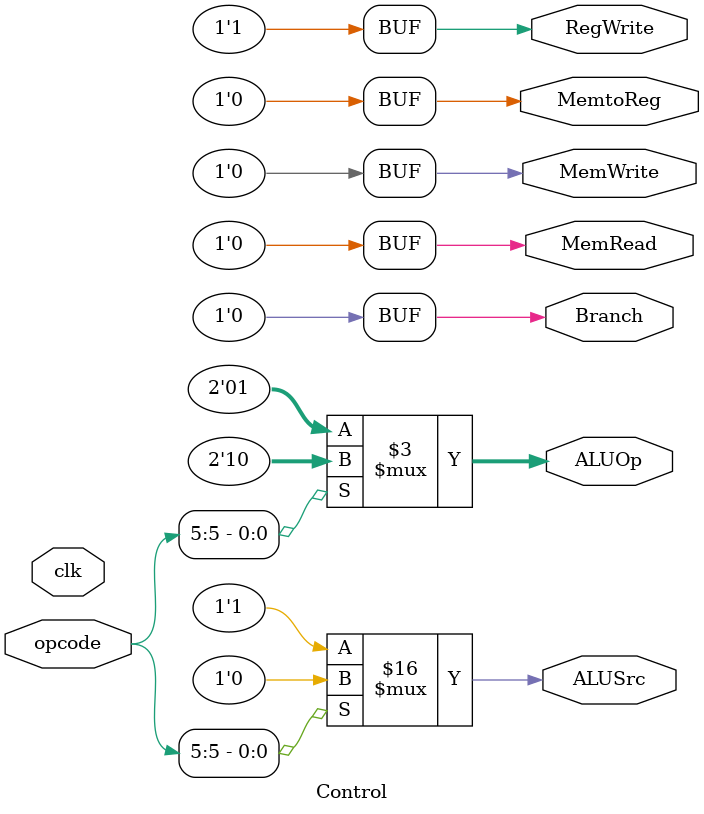
<source format=v>
module Control (
    input clk,
    input [6:0] opcode,
    output ALUSrc,
    output MemtoReg,
    output RegWrite,
    output MemRead,
    output MemWrite,
    output Branch,
    output [1:0] ALUOp
);
    always @(*) begin
        if (opcode[5]) begin
            ALUSrc = 1'b0;
            MemtoReg = 1'b0;
            RegWrite = 1'b1;
            MemRead = 1'b0;
            MemWrite = 1'b0;
            Branch = 1'b0;
            ALUOp = 2'b10;
        end else begin
            ALUSrc = 1'b1;
            MemtoReg = 1'b0;
            RegWrite = 1'b1;
            MemRead = 1'b0;
            MemWrite = 1'b0;
            Branch = 1'b0;
            ALUOp = 2'b01;
        end
    end


endmodule
</source>
